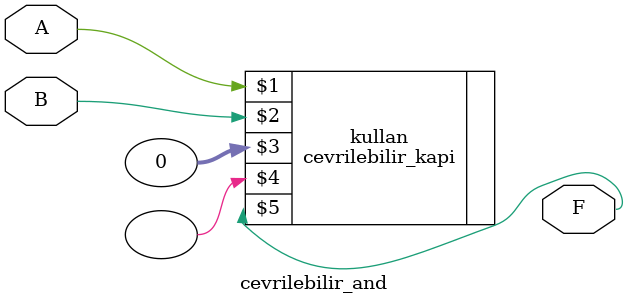
<source format=v>
`timescale 1ns / 1ps


module cevrilebilir_and(
    input A,B,
    output F
);
    cevrilebilir_kapi kullan(A,B,0,,F,);
endmodule

</source>
